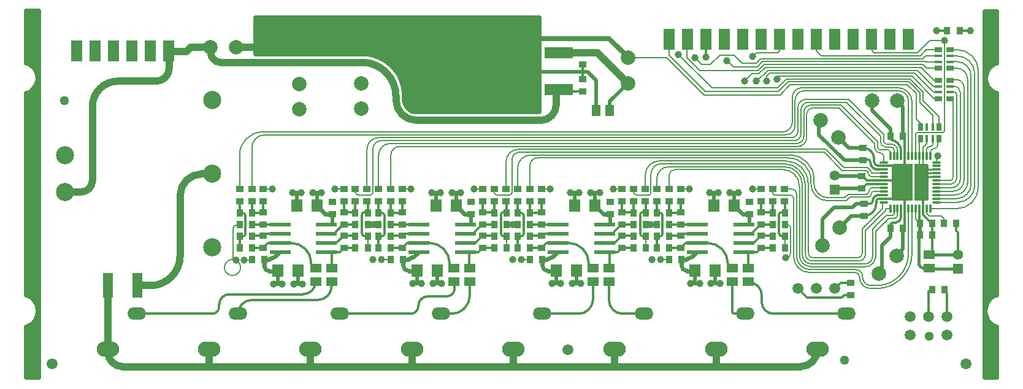
<source format=gbr>
G04 DipTrace 2.4.0.2*
%IN1_Layer_Top.gbr*%
%MOIN*%
%ADD10C,0.0098*%
%ADD14C,0.0118*%
%ADD15C,0.0079*%
%ADD16C,0.0067*%
%ADD17C,0.0157*%
%ADD18C,0.013*%
%ADD19C,0.0197*%
%ADD20C,0.0236*%
%ADD21C,0.0394*%
%ADD22C,0.0138*%
%ADD23C,0.0591*%
%ADD24C,0.0276*%
%ADD25C,0.025*%
%ADD28O,0.122X0.0827*%
%ADD29O,0.1024X0.0669*%
%ADD30C,0.0787*%
%ADD31R,0.04X0.035*%
%ADD32R,0.0512X0.0591*%
%ADD33R,0.035X0.04*%
%ADD34R,0.0551X0.0551*%
%ADD35C,0.0551*%
%ADD36R,0.063X0.0709*%
%ADD37R,0.0591X0.0512*%
%ADD38R,0.0551X0.1339*%
%ADD39C,0.0591*%
%ADD40R,0.0591X0.1142*%
%ADD41C,0.0512*%
%ADD42R,0.0413X0.0256*%
%ADD43R,0.0413X0.0181*%
%ADD44R,0.0413X0.0177*%
%ADD45R,0.0256X0.0413*%
%ADD46R,0.0181X0.0413*%
%ADD47R,0.0177X0.0413*%
%ADD48O,0.05X0.012*%
%ADD49O,0.012X0.05*%
%ADD50R,0.1181X0.0236*%
%ADD52R,0.1555X0.0591*%
%ADD53R,0.3819X0.4094*%
%ADD54C,0.0984*%
%ADD55C,0.04*%
%FSLAX44Y44*%
G04*
G70*
G90*
G75*
G01*
%LNTop*%
%LPD*%
X18031Y11565D2*
D14*
X17392D1*
X17126Y11299D1*
X16496D1*
X18031Y11565D2*
X18632D1*
G02X19724Y10472I0J-1093D01*
G01*
Y10433D1*
G03X19961Y10197I236J0D01*
G01*
X29685Y14488D2*
D15*
Y14291D1*
G03X29803Y14173I118J0D01*
G01*
X30512D1*
G03X30630Y14291I0J118D01*
G01*
Y16063D1*
G02X31063Y16496I433J0D01*
G01*
X47598D1*
X48583Y15512D1*
X49843D1*
G02X50000Y15354I0J-157D01*
G01*
G03X50197Y15157I197J0D01*
G01*
X50857D1*
X52575Y16283D2*
D16*
Y17497D1*
X52638Y17559D1*
X54055D1*
X54134Y17638D1*
Y22559D1*
X50197Y22283D2*
D15*
Y22638D1*
Y22992D1*
Y22638D2*
X50181D1*
X50197Y22283D2*
Y22008D1*
X50315Y21890D1*
X52677D1*
X53346Y22559D1*
X54134D1*
X53287Y7579D2*
D18*
Y8917D1*
G02X53465Y9016I121J-9D01*
G01*
X54882Y10157D2*
D17*
X53346D1*
X53307Y10197D1*
X52795Y12008D2*
D19*
Y12638D1*
X52777Y13423D2*
D14*
Y12656D1*
X52795Y12638D1*
X52575Y13441D2*
D15*
Y12858D1*
X52795Y12638D1*
Y12008D2*
D17*
X52756D1*
Y10394D1*
G03X52992Y10197I272J86D01*
G01*
X53307D1*
X20866Y13130D2*
D19*
Y12565D1*
X20551D1*
X28425Y13130D2*
Y12565D1*
X28110D1*
X35984Y13130D2*
Y12565D1*
X35669D1*
X43543Y13130D2*
Y12565D1*
X43228D1*
X20866Y13130D2*
D20*
X20492D1*
X20039Y13583D1*
X19803Y14291D2*
D19*
X20039D1*
X20276D1*
X20039Y13583D2*
Y14291D1*
X28425Y13130D2*
D20*
X28051D1*
X27598Y13583D1*
X27362Y14291D2*
D19*
X27598D1*
X27835D1*
X27598Y13583D2*
Y14291D1*
X35984Y13130D2*
D20*
X35610D1*
X35157Y13583D1*
X34921Y14291D2*
D19*
X35157D1*
X35394D1*
X35157Y13583D2*
Y14291D1*
X43543Y13130D2*
D20*
X43169D1*
X42717Y13583D1*
X42480Y14291D2*
D19*
X42717D1*
X42953D1*
X42717Y13583D2*
Y14291D1*
X24724Y10669D2*
D20*
X25000D1*
G03X25591Y11065I-266J1035D01*
G01*
X32283Y10669D2*
X32559D1*
G03X33150Y11065I-266J1035D01*
G01*
X39843Y10669D2*
X40118D1*
G03X40709Y11065I-266J1035D01*
G01*
X32795Y9370D2*
D19*
X33031D1*
X33268D1*
X33031Y10079D2*
Y9370D1*
Y10079D2*
D20*
X32598Y10039D1*
G02X32283Y10354I0J315D01*
G01*
Y10669D1*
X25236Y9370D2*
D19*
X25472D1*
X25709D1*
X25472Y10079D2*
Y9370D1*
Y10079D2*
D20*
X25039Y10039D1*
G02X24724Y10354I0J315D01*
G01*
Y10669D1*
X40354Y9370D2*
D19*
X40591D1*
X40827D1*
X40591Y10079D2*
Y9370D1*
Y10079D2*
D20*
X40157Y10039D1*
G02X39843Y10354I0J315D01*
G01*
Y10669D1*
X17165D2*
X17441D1*
G03X18031Y11065I-266J1035D01*
G01*
X17677Y9331D2*
D19*
X17913D1*
X18150D1*
X17913Y10079D2*
Y9331D1*
Y10079D2*
D20*
X17441Y10039D1*
G02X17165Y10315I0J276D01*
G01*
Y10669D1*
X18031Y12065D2*
D14*
X17222D1*
X17126Y11969D1*
X16535D1*
X16496Y11929D1*
X23386Y14488D2*
D15*
X23425D1*
X51197Y16480D2*
Y16283D1*
Y16480D2*
G03X51063Y16614I-134J0D01*
G01*
X50669D1*
G02X50512Y16772I0J157D01*
G01*
Y17047D1*
X48504Y19055D1*
X46890D1*
G03X46496Y18661I0J-394D01*
G01*
Y17362D1*
G02X46102Y16969I-394J0D01*
G01*
X24016D1*
G03X23386Y16339I0J-630D01*
G01*
Y14488D1*
X42598Y9449D2*
D18*
Y7848D1*
G03X42730Y7717I132J0D01*
G01*
X43307D1*
X53701Y23110D2*
X54291D1*
X35039Y9449D2*
Y8504D1*
G02X34252Y7717I-787J0D01*
G01*
X32283D1*
X10236D2*
X14331D1*
G03X14724Y8110I0J394D01*
G01*
Y8228D1*
G02X15276Y8780I551J0D01*
G01*
X19291D1*
G03X19961Y9449I0J669D01*
G01*
X16496Y12559D2*
D14*
X18031D1*
Y12565D1*
X16496Y12559D2*
D15*
X17126D1*
X54961Y23110D2*
D18*
X55551D1*
X46181Y9094D2*
X46693Y8583D1*
X48543D1*
X48701Y8740D1*
X49055D1*
X53819Y19409D2*
D15*
X53583D1*
X52362Y20630D1*
X45157D1*
X45039Y20512D1*
Y20472D1*
X35906Y9449D2*
D18*
Y8465D1*
G03X36654Y7717I748J0D01*
G01*
X37795D1*
X48819D2*
X44843D1*
G02X44213Y8346I0J630D01*
G01*
Y8701D1*
G03X43465Y9449I-748J0D01*
G01*
X21260Y7717D2*
X25118D1*
G03X25551Y8150I0J433D01*
G01*
G02X26063Y8661I512J0D01*
G01*
X27087D1*
G03X27520Y9094I0J433D01*
G01*
Y9409D1*
G03X27480Y9449I-39J0D01*
G01*
X20827D2*
Y9213D1*
G02X20079Y8465I-748J0D01*
G01*
X16496D1*
G03X15748Y7717I0J-748D01*
G01*
X12008Y21654D2*
Y21969D1*
Y22323D1*
Y21969D2*
X11992D1*
Y22008D1*
X12008Y21969D2*
D21*
X12953D1*
X13189Y22205D1*
X14252D1*
Y21929D1*
G03X14803Y21378I551J0D01*
G01*
X22480D1*
G02X24331Y19528I0J-1850D01*
G01*
Y19331D1*
G03X25433Y18228I1102J0D01*
G01*
X32205D1*
G03X33031Y19055I0J827D01*
G01*
Y19724D1*
G02X33189Y19882I157J0D01*
G01*
X34488Y19803D2*
D18*
X33268D1*
X33189Y19882D1*
X6331Y14331D2*
D21*
X7205D1*
G03X7835Y14961I0J630D01*
G01*
Y18976D1*
G02X9213Y20354I1378J0D01*
G01*
X11299D1*
G03X12008Y21063I0J709D01*
G01*
Y21654D1*
X8661Y5787D2*
Y5669D1*
G03X9488Y4843I827J0D01*
G01*
X14173D1*
X19685D1*
X25197D1*
X30709D1*
X36220D1*
X41732D1*
X46299D1*
G03X47244Y5787I0J945D01*
G01*
X14173D2*
Y4843D1*
X19685Y5787D2*
Y4843D1*
X25197Y5787D2*
Y4843D1*
X30709Y5787D2*
Y4843D1*
X36220Y5787D2*
Y4843D1*
X41732Y5787D2*
Y4843D1*
X8661Y5787D2*
Y9252D1*
X15827Y11299D2*
D14*
Y11929D1*
Y13189D2*
Y13819D1*
Y13189D2*
X16024D1*
G02X16142Y13071I0J-118D01*
G01*
Y12047D1*
G02X16024Y11929I-118J0D01*
G01*
X15827D1*
X53363Y16283D2*
D15*
Y16473D1*
G02X53583Y16693I220J0D01*
G01*
G03X53780Y16890I0J197D01*
G01*
Y17185D1*
G02X53839Y17244I59J0D01*
G01*
X20551Y12065D2*
D14*
X20963D1*
X21457Y12559D1*
X21496D1*
X22126D1*
X9016Y21654D2*
D18*
Y22008D1*
Y22362D1*
Y22008D2*
X8992D1*
X25591Y11565D2*
D15*
X25928D1*
D22*
X25421Y11535D1*
X25394Y11563D1*
X25591Y11565D2*
D14*
X24951D1*
X24685Y11299D1*
X24055D1*
X25591Y11565D2*
X26152D1*
G02X27244Y10472I0J-1093D01*
G01*
Y10433D1*
G03X27480Y10197I236J0D01*
G01*
X28110Y11065D2*
X28821D1*
X29055Y11299D1*
X29685D1*
X28110Y11065D2*
Y11024D1*
X28307D1*
Y10236D1*
X28346Y10197D1*
X33150Y11565D2*
D15*
X33467D1*
D22*
X32980Y11535D1*
G02X32953Y11563I0J28D01*
G01*
X33150Y11565D2*
D14*
X32510D1*
X32244Y11299D1*
X31614D1*
X33150Y11565D2*
X33711D1*
G02X34803Y10472I0J-1093D01*
G01*
Y10433D1*
G03X35039Y10197I236J0D01*
G01*
X35669Y11065D2*
X36380D1*
X36614Y11299D1*
X37244D1*
X35669Y11065D2*
Y11102D1*
X35906D1*
X35945Y11063D1*
Y10236D1*
X35906Y10197D1*
X40709Y11565D2*
D15*
D3*
D22*
D3*
D14*
X40069D1*
X39803Y11299D1*
X39173D1*
X40709Y11565D2*
X41270D1*
G02X42362Y10472I0J-1093D01*
G01*
Y10433D1*
G03X42598Y10197I236J0D01*
G01*
X43228Y11065D2*
X43939D1*
X44173Y11299D1*
X44803D1*
X43228Y11065D2*
Y11024D1*
X43465D1*
Y10197D1*
X21496Y13228D2*
Y13819D1*
Y13228D2*
X22126D1*
Y13189D1*
Y13819D1*
X17126D2*
Y13228D1*
X16496Y13189D2*
Y13819D1*
Y13189D2*
D18*
X17126D1*
Y13228D1*
X54449Y21724D2*
D15*
X54811D1*
G02X55787Y20748I0J-976D01*
G01*
Y14685D1*
G02X54882Y13780I-906J0D01*
G01*
X53701D1*
X25591Y12065D2*
D14*
X24781D1*
X24685Y11969D1*
X24094D1*
X24055Y11929D1*
Y12559D2*
X25591D1*
Y12565D1*
X24055Y12559D2*
D15*
X24685D1*
X23386Y11299D2*
D14*
Y11929D1*
Y13189D2*
Y13819D1*
Y13189D2*
X23583D1*
G02X23701Y13071I0J-118D01*
G01*
Y12047D1*
G02X23583Y11929I-118J0D01*
G01*
X23386D1*
X28110Y12065D2*
X28522D1*
X29016Y12559D1*
X29055D1*
X29685D1*
X29055Y13228D2*
Y13819D1*
Y13228D2*
X29685D1*
Y13189D1*
Y13819D1*
X24685D2*
Y13228D1*
X24055Y13189D2*
Y13819D1*
Y13189D2*
D18*
X24685D1*
Y13228D1*
X54449Y20413D2*
D15*
X54469Y20433D1*
X54803D1*
G02X55197Y20039I0J-394D01*
G01*
Y14961D1*
G02X54606Y14370I-591J0D01*
G01*
X53701D1*
X51181Y22283D2*
D18*
Y22638D1*
Y22992D1*
X54287Y7579D2*
Y8783D1*
G03X54134Y9016I-286J-22D01*
G01*
X54449Y19756D2*
D15*
X54457Y19764D1*
X54685D1*
G02X54803Y19646I0J-118D01*
G01*
Y15079D1*
G02X54488Y14764I-315J0D01*
G01*
X53701D1*
X53819Y19756D2*
X53551D1*
X52520Y20787D1*
X44646D1*
X44488Y20630D1*
Y20394D1*
X44449D1*
X44488Y20354D1*
X45181Y22638D2*
Y21992D1*
X45079Y21890D1*
X43898D1*
X43701Y21693D1*
X41181Y22638D2*
D18*
Y21654D1*
X43268Y20354D2*
D15*
X43189D1*
X43268Y20276D1*
Y20354D1*
X43661Y20748D1*
X44055D1*
X44409Y21102D1*
X52874D1*
X53563Y20413D1*
X53819D1*
X30354Y13189D2*
D14*
Y13780D1*
X30315Y13819D1*
X30354Y11299D2*
D15*
Y11929D1*
D14*
X30197D1*
G02X30039Y12087I0J157D01*
G01*
Y13110D1*
G02X30157Y13228I118J0D01*
G01*
X30354Y13189D1*
X28110Y11565D2*
X28652D1*
X29055Y11969D1*
X29646D1*
X29685Y11929D1*
X49173Y22283D2*
D18*
Y22638D1*
Y22992D1*
Y22638D2*
X49181D1*
X53166Y16283D2*
D15*
Y16630D1*
G02X53346Y16811I181J0D01*
G01*
X53386D1*
G03X53504Y16929I0J118D01*
G01*
Y17236D1*
G03X53496Y17244I-8J0D01*
G01*
X50857Y13780D2*
X50787D1*
Y13425D1*
X49685Y12323D1*
Y11024D1*
G02X49409Y10748I-276J0D01*
G01*
X47008D1*
G02X46732Y11024I0J276D01*
G01*
Y14803D1*
G03X45512Y16024I-1220J0D01*
G01*
X38661D1*
G03X37874Y15236I0J-787D01*
G01*
Y14488D1*
X54449Y22067D2*
X54823D1*
G02X55984Y20906I0J-1161D01*
G01*
Y14606D1*
G02X54803Y13425I-1181J0D01*
G01*
X53379D1*
X53363Y13441D1*
X47181Y22638D2*
Y21992D1*
X47441Y21732D1*
X52835D1*
X53150Y22047D1*
X53799D1*
X53819Y22067D1*
X28346Y9449D2*
D18*
Y8715D1*
G02X27348Y7717I-998J0D01*
G01*
X26772D1*
X33189Y21882D2*
D21*
X34792D1*
X35283D1*
X36929Y20236D1*
X51788Y16283D2*
D14*
Y16598D1*
G03X51260Y17165I-633J-60D01*
G01*
D15*
Y17323D1*
X51220Y17362D1*
D19*
Y17756D1*
X50197Y18780D1*
Y19291D1*
X50857Y14764D2*
D14*
X49921D1*
X49685Y14528D1*
X49646D1*
D19*
X48268D1*
X48189Y14449D1*
X47502Y11417D2*
Y12856D1*
X48150Y13504D1*
X49134D1*
X49331Y13701D1*
X49764D1*
X50857Y14173D2*
D14*
X50591D1*
G03X50236Y13819I0J-354D01*
G01*
G02X50118Y13701I-118J0D01*
G01*
X49764D1*
X51788Y13441D2*
Y12969D1*
G02X51496Y12677I-292J0D01*
G01*
X51339D1*
G03X51220Y12559I0J-118D01*
G01*
Y12362D1*
D19*
Y11890D1*
X50748Y11417D1*
Y10039D1*
X50591Y9882D1*
X50857Y15551D2*
D14*
X50512D1*
G02X50118Y15945I0J394D01*
G01*
G03X49961Y16102I-157J0D01*
G01*
X49764D1*
G03X49724Y16063I0J-39D01*
G01*
D19*
X48701D1*
X47323Y17441D1*
Y18168D1*
X47401Y18246D1*
X34488Y21929D2*
D18*
X34744D1*
X34792Y21882D1*
X35945Y18780D2*
D19*
Y19252D1*
X36929Y20236D1*
X10000Y21654D2*
D18*
Y22008D1*
Y22362D1*
Y22008D2*
X9992D1*
X33150Y12065D2*
D14*
X32341D1*
X32244Y11969D1*
X31654D1*
X31614Y11929D1*
Y12559D2*
X33150D1*
Y12565D1*
X31614Y12559D2*
D15*
X32244D1*
X30945Y11299D2*
D14*
Y11929D1*
Y13189D2*
Y13819D1*
Y13189D2*
X31142D1*
G02X31260Y13071I0J-118D01*
G01*
Y12047D1*
G02X31142Y11929I-118J0D01*
G01*
X30945D1*
X35669Y12065D2*
X36081D1*
X36575Y12559D1*
X36614D1*
X37244D1*
X36614Y13228D2*
Y13819D1*
Y13228D2*
X37244D1*
Y13189D1*
Y13819D1*
X32244D2*
Y13228D1*
X31614Y13189D2*
Y13819D1*
Y13189D2*
D18*
X32244D1*
Y13228D1*
X37913Y13189D2*
D14*
Y13780D1*
X37874Y13819D1*
X37913Y11299D2*
D15*
Y11929D1*
D14*
X37756D1*
G02X37598Y12087I0J157D01*
G01*
Y13110D1*
G02X37717Y13228I118J0D01*
G01*
X37913Y13189D1*
X35669Y11565D2*
X36211D1*
X36614Y11969D1*
X37205D1*
X37244Y11929D1*
X30945Y14488D2*
D15*
Y14567D1*
Y14488D2*
X30984D1*
X50857Y14567D2*
X50236D1*
G03X50039Y14370I0J-197D01*
G01*
G02X49882Y14213I-157J0D01*
G01*
X48898D1*
X48701Y14016D1*
X47835D1*
G02X47047Y14803I0J787D01*
G01*
Y15039D1*
G03X45748Y16339I-1299J0D01*
G01*
X31654D1*
G03X30945Y15630I0J-709D01*
G01*
Y14488D1*
X40709Y12065D2*
D14*
X39900D1*
X39803Y11969D1*
X39213D1*
X39173Y11929D1*
Y12559D2*
X40709D1*
Y12565D1*
X39173Y12559D2*
D15*
X39803D1*
X38504Y11299D2*
D14*
Y11929D1*
Y13189D2*
Y13819D1*
Y13189D2*
X38701D1*
G02X38819Y13071I0J-118D01*
G01*
Y12047D1*
G02X38701Y11929I-118J0D01*
G01*
X38504D1*
X43228Y12065D2*
X43640D1*
X44134Y12559D1*
X44173D1*
X44803D1*
X44173Y13228D2*
Y13819D1*
Y13228D2*
X44803D1*
Y13189D1*
Y13819D1*
X39803D2*
Y13228D1*
X39173Y13189D2*
Y13819D1*
Y13189D2*
D18*
X39803D1*
Y13228D1*
X45472Y13189D2*
D14*
Y13780D1*
X45433Y13819D1*
X45472Y11299D2*
D15*
Y11929D1*
D14*
X45315D1*
G02X45157Y12087I0J157D01*
G01*
Y13110D1*
G02X45276Y13228I118J0D01*
G01*
X45472Y13189D1*
X43228Y11565D2*
X43770D1*
X44173Y11969D1*
X44764D1*
X44803Y11929D1*
X38504Y14488D2*
D15*
X38543D1*
X51394Y13441D2*
Y13126D1*
G02X51339Y13071I-56J0D01*
G01*
X50984D1*
X50236Y12323D1*
Y10827D1*
G02X49843Y10433I-394J0D01*
G01*
X46890D1*
G02X46417Y10906I0J472D01*
G01*
Y14724D1*
G03X45433Y15709I-984J0D01*
G01*
X39173D1*
G03X38504Y15039I0J-669D01*
G01*
Y14488D1*
X39181Y22638D2*
Y21764D1*
X41142Y19803D1*
X45118D1*
X45630Y20315D1*
X52205D1*
X52795Y19724D1*
Y19213D1*
X53496Y18512D1*
Y17874D1*
X53819Y21063D2*
X53189D1*
X52992Y21260D1*
X44331D1*
X44016Y20945D1*
X40827D1*
X40157Y21614D1*
Y22614D1*
X40181Y22638D1*
X54449Y20071D2*
X54457Y20079D1*
X54685D1*
G02X55000Y19764I0J-315D01*
G01*
Y15039D1*
G02X54528Y14567I-472J0D01*
G01*
X53701D1*
X7008Y21654D2*
D18*
Y22008D1*
Y22362D1*
Y22008D2*
X6992D1*
X54449Y19409D2*
D15*
Y19488D1*
X54606Y19331D1*
Y15118D1*
G02X54449Y14961I-157J0D01*
G01*
X53701D1*
X43898Y20354D2*
X43937D1*
X44528Y20945D1*
X52677D1*
X53551Y20071D1*
X53819D1*
Y21409D2*
X53118D1*
X53110Y21417D1*
X44252D1*
X43976Y21142D1*
X42677D1*
X42283Y21535D1*
Y21417D1*
X42323Y21457D1*
X53819Y21724D2*
X53102D1*
X52953Y21575D1*
X44134D1*
X43898Y21339D1*
X43150D1*
X42717Y21772D1*
X41929D1*
X41417Y21260D1*
X40945D1*
X40591Y21614D1*
X51591Y16283D2*
Y16598D1*
G03X51260Y16929I-331J0D01*
G01*
X51024D1*
G02X50827Y17126I0J197D01*
G01*
Y17475D1*
X48931Y19370D1*
X46614D1*
G03X46181Y18937I0J-433D01*
G01*
Y17638D1*
G02X45827Y17283I-354J0D01*
G01*
X23386D1*
G03X22756Y16654I0J-630D01*
G01*
Y14488D1*
X51394Y16283D2*
Y16637D1*
G03X51260Y16772I-134J0D01*
G01*
X50945D1*
G02X50669Y17047I0J276D01*
G01*
Y17362D1*
X48819Y19213D1*
X46732D1*
G03X46339Y18780I43J-435D01*
G01*
Y17480D1*
G02X45984Y17126I-354J0D01*
G01*
X23543D1*
G03X23071Y16654I0J-472D01*
G01*
Y14291D1*
G02X22953Y14173I-118J0D01*
G01*
X22283D1*
G02X22126Y14331I0J157D01*
G01*
Y14488D1*
X50857Y15945D2*
X50827D1*
Y16299D1*
G03X50669Y16457I-157J0D01*
G01*
X50630D1*
G02X50354Y16732I0J276D01*
G01*
Y16969D1*
X48425Y18898D1*
X46969D1*
G03X46654Y18583I0J-315D01*
G01*
Y17283D1*
G02X46181Y16811I-472J0D01*
G01*
X24528D1*
G03X24055Y16339I0J-472D01*
G01*
Y14488D1*
X52182Y16283D2*
Y19275D1*
G03X51614Y19843I-567J0D01*
G01*
X46535D1*
G03X46024Y19331I20J-531D01*
G01*
Y17953D1*
G02X45512Y17441I-512J0D01*
G01*
X17205D1*
G03X16496Y16732I0J-709D01*
G01*
Y14488D1*
X50857Y15354D2*
X50236D1*
G02X50157Y15433I-20J59D01*
G01*
G03X49921Y15669I-453J-217D01*
G01*
X48661D1*
X47677Y16654D1*
X30984D1*
G03X30315Y15984I0J-669D01*
G01*
Y14488D1*
X22795Y13189D2*
D14*
Y13780D1*
X22756Y13819D1*
X22795Y11299D2*
D15*
Y11929D1*
D14*
X22638D1*
G02X22480Y12087I0J157D01*
G01*
Y13110D1*
G02X22598Y13228I118J0D01*
G01*
X22795Y13189D1*
X20551Y11565D2*
X21093D1*
X21496Y11969D1*
X22087D1*
X22126Y11929D1*
X20551Y11065D2*
X21262D1*
X21496Y11299D1*
X22126D1*
X20551Y11065D2*
Y11024D1*
X20827D1*
Y10197D1*
X15827Y14488D2*
D15*
X15866D1*
X52378Y16283D2*
Y19236D1*
G03X51614Y20000I-764J0D01*
G01*
X46378D1*
G03X45866Y19488I28J-539D01*
G01*
Y18110D1*
G02X45354Y17598I-512J0D01*
G01*
X17087D1*
G03X15827Y16339I0J-1260D01*
G01*
Y14488D1*
X39685Y21811D2*
X41496Y20000D1*
X45079D1*
X45551Y20472D1*
X52283D1*
X52992Y19764D1*
Y19291D1*
X53839Y18445D1*
Y17874D1*
X50857Y14370D2*
X50315D1*
G03X50157Y14213I0J-157D01*
G01*
G02X50000Y14055I-157J0D01*
G01*
X49016D1*
X48819Y13858D1*
X47795D1*
G02X46890Y14764I0J906D01*
G01*
Y14961D1*
G03X45669Y16181I-1220J0D01*
G01*
X32008D1*
G03X31614Y15787I0J-394D01*
G01*
Y14488D1*
X51197Y13441D2*
X50945D1*
Y13346D1*
X49843Y12244D1*
Y10945D1*
G02X49488Y10591I-354J0D01*
G01*
X46969D1*
G02X46575Y10984I0J394D01*
G01*
Y14724D1*
G03X45433Y15866I-1142J0D01*
G01*
X38740D1*
G03X38189Y15315I0J-551D01*
G01*
Y14291D1*
G02X38071Y14173I-118J0D01*
G01*
X37402D1*
G02X37244Y14331I0J157D01*
G01*
Y14488D1*
X51591Y13441D2*
Y13087D1*
G02X51417Y12913I-174J0D01*
G01*
X51102D1*
X50394Y12205D1*
Y10827D1*
G02X49843Y10276I-551J0D01*
G01*
X46890D1*
G02X46260Y10906I0J630D01*
G01*
Y14646D1*
G03X45354Y15551I-906J0D01*
G01*
X39488D1*
G03X39173Y15236I0J-315D01*
G01*
Y14488D1*
X52182Y13441D2*
Y10922D1*
G02X50591Y9252I-1734J59D01*
G01*
X50079D1*
G02X49685Y9724I88J473D01*
G01*
Y9764D1*
G03X49331Y10118I-354J0D01*
G01*
X46850D1*
G02X46102Y10866I0J748D01*
G01*
Y14252D1*
G03X45866Y14488I-236J0D01*
G01*
X45433D1*
X52378Y13441D2*
Y10961D1*
G02X50591Y9094I-1930J59D01*
G01*
X50079D1*
G02X49528Y9724I43J594D01*
G01*
G03X49291Y9961I-236J0D01*
G01*
X46811D1*
G02X45945Y10827I0J866D01*
G01*
Y13976D1*
G03X45748Y14173I-197J0D01*
G01*
X44921D1*
G02X44803Y14291I0J118D01*
G01*
Y14488D1*
X54449Y21063D2*
X54803D1*
G02X55394Y20472I0J-591D01*
G01*
Y14843D1*
G02X54724Y14173I-669J0D01*
G01*
X53701D1*
X54449Y21409D2*
X54457Y21417D1*
X54803D1*
G02X55591Y20630I0J-787D01*
G01*
Y14764D1*
G02X54803Y13976I-787J0D01*
G01*
X53701D1*
X53166Y13441D2*
Y13173D1*
X53307Y13031D1*
X53976D1*
X54094Y12913D1*
Y12638D1*
X18701Y14291D2*
D19*
X18963D1*
X19173D1*
X18937Y13583D2*
Y14265D1*
X18963Y14291D1*
X16496Y10669D2*
D15*
Y10630D1*
X16063D1*
X17126Y14488D2*
X17598D1*
X24685D2*
X25157D1*
X32244D2*
X32717D1*
X39803D2*
X40276D1*
X21024D2*
X21496D1*
X28583D2*
X29055D1*
X36142D2*
X36614D1*
X43701D2*
X44173D1*
X15827Y12559D2*
X15709D1*
G03X15472Y12323I0J-236D01*
G01*
Y10669D1*
G03X15630Y10630I-25J-434D01*
G01*
X23543Y10669D2*
X24055D1*
X31142D2*
X31614D1*
X38701D2*
X39173D1*
X45472Y12559D2*
X45591D1*
G02X45787Y12362I0J-197D01*
G01*
Y11024D1*
G02X45512Y10748I-276J0D01*
G01*
X23071Y12559D2*
X22795D1*
X23110D2*
D18*
X22795D1*
X23110D2*
X23386D1*
X30669D2*
D15*
X30354D1*
X30669D2*
D18*
X30354D1*
X30669D2*
X30945D1*
X38228D2*
D15*
X37913D1*
X38189D2*
D18*
X37913D1*
X38189D2*
X38504D1*
X26339Y9370D2*
D19*
X26602D1*
X26811D1*
X26575Y10079D2*
Y9398D1*
X26602Y9370D1*
X26260Y14291D2*
X26522D1*
X26732D1*
X26496Y13583D2*
Y14265D1*
X26522Y14291D1*
X33819D2*
X34081D1*
X34291D1*
X34055Y13583D2*
Y14265D1*
X34081Y14291D1*
X33898Y9370D2*
X34161D1*
X34370D1*
X34134Y10079D2*
Y9398D1*
X34161Y9370D1*
X41378Y14291D2*
X41640D1*
X41850D1*
X41614Y13583D2*
Y14265D1*
X41640Y14291D1*
X41457Y9370D2*
X41720D1*
X41929D1*
X41693Y10079D2*
Y9398D1*
X41720Y9370D1*
X18780Y9331D2*
X19016D1*
X19252D1*
X19016Y10079D2*
Y9331D1*
X10276Y9252D2*
D21*
X10984D1*
G03X12598Y10866I0J1614D01*
G01*
Y14134D1*
G02X13780Y15315I1181J0D01*
G01*
X14331Y15331D1*
X7992Y21654D2*
D18*
Y22008D1*
Y22362D1*
X11024Y21654D2*
Y22008D1*
Y22362D1*
Y22008D2*
X10992D1*
X48189Y22283D2*
Y22638D1*
Y22992D1*
Y22638D2*
X48181D1*
X54764Y12638D2*
Y12244D1*
X54882Y12126D1*
Y10945D1*
X28602Y21669D2*
Y21413D1*
G03X29134Y20882I531J0D01*
G01*
X36929Y21614D2*
D24*
Y21654D1*
X35906Y22677D1*
X30791D1*
X30571Y22457D1*
X34488Y20472D2*
D18*
Y20858D1*
Y21260D1*
Y20858D2*
D19*
X30595D1*
X30571Y20882D1*
X15630Y22205D2*
D21*
X27366D1*
X27618Y22457D1*
X52835Y17874D2*
D15*
Y18071D1*
X52598Y18307D1*
Y19685D1*
X52126Y20157D1*
X45748D1*
X45197Y19606D1*
X41063D1*
X39055Y21614D1*
X36929D1*
X35197Y18780D2*
D19*
Y20394D1*
X34733Y20858D1*
X34488D1*
X54882Y10945D2*
D17*
X53307D1*
X53701Y15945D2*
D15*
Y16220D1*
X53780Y16299D1*
X51985Y16283D2*
D14*
Y17267D1*
X51890Y17362D1*
X51985Y16283D2*
Y15564D1*
X51969Y15548D1*
X50857Y15748D2*
X51394D1*
X51594Y15548D1*
X50857Y14961D2*
X49921D1*
X49665Y15217D1*
X49646Y15197D1*
D19*
X48228D1*
X48189Y15236D1*
X50857Y14961D2*
D14*
X51494D1*
X51594Y14861D1*
X50857Y13976D2*
X51397D1*
X51594Y14173D1*
X51985Y13441D2*
Y14157D1*
X51969Y14173D1*
X52969Y13441D2*
Y13094D1*
X53445Y12618D1*
X53465Y12638D1*
Y12008D2*
Y12638D1*
X52969Y13441D2*
Y14173D1*
X51985Y13441D2*
Y12457D1*
G02X51890Y12362I-95J0D01*
G01*
X50857Y13976D2*
X50591D1*
G03X50433Y13819I0J-157D01*
G01*
Y13701D1*
G02X49764Y13031I-669J0D01*
G01*
X50857Y15748D2*
X50551D1*
G02X50315Y15984I0J236D01*
G01*
Y16142D1*
G03X49724Y16732I-591J0D01*
G01*
X53701Y15157D2*
D10*
X52984D1*
X52969Y15173D1*
X53701Y15354D2*
X53150D1*
X52969Y15173D1*
X53701Y15551D2*
X52969D1*
Y15548D1*
X52772Y16283D2*
D15*
Y17182D1*
X52835Y17244D1*
X52969Y16283D2*
Y16749D1*
X53189Y16969D1*
Y17236D1*
X53181Y17244D1*
X51890Y17362D2*
D19*
Y18976D1*
X51575Y19291D1*
X52772Y16283D2*
D15*
Y15745D1*
X52969Y15548D1*
Y16283D2*
Y15548D1*
X49764Y13031D2*
D19*
X49082D1*
X48459Y12408D1*
X51890Y12362D2*
Y11215D1*
X51548Y10873D1*
X49724Y16732D2*
X48949D1*
X48393Y17289D1*
X49055Y9409D2*
D18*
X48496D1*
X48181Y9094D1*
X53465Y12008D2*
Y11102D1*
G02X53307Y10945I-157J0D01*
G01*
D21*
X53701Y23110D3*
X55551D3*
X48189Y22992D3*
X49173D3*
X50197D3*
X51181D3*
X48189Y22638D3*
X49173D3*
X50197D3*
X51181D3*
X54134Y22559D3*
X27618Y22457D3*
X28602D3*
X29587D3*
X30571D3*
X7008Y22362D3*
X7992D3*
X9016D3*
X10000D3*
X11024D3*
X12008Y22323D3*
X48189Y22283D3*
X49173D3*
X50197D3*
X51181D3*
X7008Y22008D3*
X7992D3*
X9016D3*
X10000D3*
X11024D3*
X12008Y21969D3*
X39685Y21811D3*
X43701Y21693D3*
X27618Y21669D3*
X28602D3*
X29587D3*
X30571D3*
X7008Y21654D3*
X7992D3*
X9016D3*
X10000D3*
X11024D3*
X12008D3*
X41181D3*
X40591Y21614D3*
X42323Y21457D3*
X27618Y20882D3*
X28602D3*
X29587D3*
X30571D3*
X45039Y20472D3*
X43268Y20354D3*
X43898D3*
X44488D3*
X27618Y20095D3*
X28602D3*
X29587D3*
X30571D3*
X27618Y19307D3*
X28602D3*
X29587D3*
X30571D3*
X53780Y16299D3*
D55*
X51594Y15548D3*
X51969D3*
X52969D3*
Y15173D3*
X51594Y14861D3*
X51969D3*
X52969Y14548D3*
D21*
X17598Y14488D3*
X21024D3*
X25157D3*
X28583D3*
X32717D3*
X36142D3*
X40276D3*
X43701D3*
X18701Y14291D3*
X19173D3*
X19803D3*
X20276D3*
X26260D3*
X26732D3*
X27362D3*
X27835D3*
X33819D3*
X34291D3*
X34921D3*
X35394D3*
X41378D3*
X41850D3*
X42480D3*
X42953D3*
D55*
X51594Y14173D3*
X51969D3*
X52969D3*
D21*
X23110Y12559D3*
X30669D3*
X38189D3*
X45512Y10748D3*
X23071Y10669D3*
X23543D3*
X30669D3*
X31142D3*
X38228D3*
X38701D3*
X15630Y10630D3*
X16063D3*
X25236Y9370D3*
X25709D3*
X26339D3*
X26811D3*
X32795D3*
X33268D3*
X33898D3*
X34370D3*
X40354D3*
X40827D3*
X41457D3*
X41929D3*
X17677Y9331D3*
X18150D3*
X18780D3*
X19252D3*
X4284Y23898D2*
D25*
X4869D1*
X4284Y23649D2*
X4869D1*
X4284Y23401D2*
X4869D1*
X4284Y23152D2*
X4869D1*
X4284Y22903D2*
X4869D1*
X4284Y22655D2*
X4869D1*
X4284Y22406D2*
X4869D1*
X4284Y22157D2*
X4869D1*
X4284Y21908D2*
X4869D1*
X4284Y21660D2*
X4869D1*
X4284Y21411D2*
X4869D1*
X4594Y21162D2*
X4869D1*
X4782Y20914D2*
X4869D1*
X4649Y19919D2*
X4869D1*
X4284Y19670D2*
X4869D1*
X4284Y19422D2*
X4869D1*
X4284Y19173D2*
X4869D1*
X4284Y18924D2*
X4869D1*
X4284Y18676D2*
X4869D1*
X4284Y18427D2*
X4869D1*
X4284Y18178D2*
X4869D1*
X4284Y17929D2*
X4869D1*
X4284Y17681D2*
X4869D1*
X4284Y17432D2*
X4869D1*
X4284Y17183D2*
X4869D1*
X4284Y16935D2*
X4869D1*
X4284Y16686D2*
X4869D1*
X4284Y16437D2*
X4869D1*
X4284Y16189D2*
X4869D1*
X4284Y15940D2*
X4869D1*
X4284Y15691D2*
X4869D1*
X4284Y15443D2*
X4869D1*
X4284Y15194D2*
X4869D1*
X4284Y14945D2*
X4869D1*
X4284Y14697D2*
X4869D1*
X4284Y14448D2*
X4869D1*
X4284Y14199D2*
X4869D1*
X4284Y13950D2*
X4869D1*
X4284Y13702D2*
X4869D1*
X4284Y13453D2*
X4869D1*
X4284Y13204D2*
X4869D1*
X4284Y12956D2*
X4869D1*
X4284Y12707D2*
X4869D1*
X4284Y12458D2*
X4869D1*
X4284Y12210D2*
X4869D1*
X4284Y11961D2*
X4869D1*
X4284Y11712D2*
X4869D1*
X4284Y11464D2*
X4869D1*
X4284Y11215D2*
X4869D1*
X4284Y10966D2*
X4869D1*
X4284Y10718D2*
X4869D1*
X4284Y10469D2*
X4869D1*
X4284Y10220D2*
X4869D1*
X4284Y9971D2*
X4869D1*
X4284Y9723D2*
X4869D1*
X4284Y9474D2*
X4869D1*
X4284Y9225D2*
X4869D1*
X4284Y8977D2*
X4869D1*
X4329Y8728D2*
X4869D1*
X4676Y8479D2*
X4869D1*
X4673Y7236D2*
X4869D1*
X4284Y6987D2*
X4869D1*
X4284Y6739D2*
X4869D1*
X4284Y6490D2*
X4869D1*
X4284Y6241D2*
X4869D1*
X4284Y5992D2*
X4869D1*
X4284Y5744D2*
X4869D1*
X4284Y5495D2*
X4869D1*
X4284Y5246D2*
X4869D1*
X4284Y4998D2*
X4869D1*
X4284Y4749D2*
X4869D1*
X4284Y4500D2*
X4869D1*
X4770Y24147D2*
X4259D1*
Y21346D1*
X4415Y21288D1*
X4667Y21079D1*
X4803Y20829D1*
X4866Y20513D1*
X4895Y20509D1*
Y24147D1*
X4770D1*
X4259Y7005D2*
Y4259D1*
X4895D1*
Y20509D1*
X4838Y20342D1*
X4792Y20172D1*
X4655Y19951D1*
X4498Y19794D1*
X4347Y19711D1*
X4259Y19686D1*
Y8739D1*
X4358Y8708D1*
X4537Y8592D1*
X4718Y8402D1*
X4828Y8167D1*
X4869Y7863D1*
X4843Y7618D1*
X4750Y7353D1*
X4583Y7164D1*
X4391Y7056D1*
X4261Y7003D1*
X56370Y23878D2*
X56936D1*
X56370Y23630D2*
X56936D1*
X56370Y23381D2*
X56936D1*
X56370Y23132D2*
X56936D1*
X56370Y22884D2*
X56936D1*
X56370Y22635D2*
X56936D1*
X56370Y22386D2*
X56936D1*
X56370Y22137D2*
X56936D1*
X56370Y21889D2*
X56936D1*
X56370Y21640D2*
X56936D1*
X56370Y21391D2*
X56936D1*
X56370Y21143D2*
X56631D1*
X56370Y19899D2*
X56596D1*
X56370Y19651D2*
X56936D1*
X56370Y19402D2*
X56936D1*
X56370Y19153D2*
X56936D1*
X56370Y18905D2*
X56936D1*
X56370Y18656D2*
X56936D1*
X56370Y18407D2*
X56936D1*
X56370Y18158D2*
X56936D1*
X56370Y17910D2*
X56936D1*
X56370Y17661D2*
X56936D1*
X56370Y17412D2*
X56936D1*
X56370Y17164D2*
X56936D1*
X56370Y16915D2*
X56936D1*
X56370Y16666D2*
X56936D1*
X56370Y16418D2*
X56936D1*
X56370Y16169D2*
X56936D1*
X56370Y15920D2*
X56936D1*
X56370Y15672D2*
X56936D1*
X56370Y15423D2*
X56936D1*
X56370Y15174D2*
X56936D1*
X56370Y14926D2*
X56936D1*
X56370Y14677D2*
X56936D1*
X56370Y14428D2*
X56936D1*
X56370Y14179D2*
X56936D1*
X56370Y13931D2*
X56936D1*
X56370Y13682D2*
X56936D1*
X56370Y13433D2*
X56936D1*
X56370Y13185D2*
X56936D1*
X56370Y12936D2*
X56936D1*
X56370Y12687D2*
X56936D1*
X56370Y12439D2*
X56936D1*
X56370Y12190D2*
X56936D1*
X56370Y11941D2*
X56936D1*
X56370Y11693D2*
X56936D1*
X56370Y11444D2*
X56936D1*
X56370Y11195D2*
X56936D1*
X56370Y10947D2*
X56936D1*
X56370Y10698D2*
X56936D1*
X56370Y10449D2*
X56936D1*
X56370Y10200D2*
X56936D1*
X56370Y9952D2*
X56936D1*
X56370Y9703D2*
X56936D1*
X56370Y9454D2*
X56936D1*
X56370Y9206D2*
X56936D1*
X56370Y8957D2*
X56936D1*
X56370Y8708D2*
X56842D1*
X56370Y8460D2*
X56533D1*
X56370Y7216D2*
X56596D1*
X56370Y6968D2*
X56936D1*
X56370Y6719D2*
X56936D1*
X56370Y6470D2*
X56936D1*
X56370Y6221D2*
X56936D1*
X56370Y5973D2*
X56936D1*
X56370Y5724D2*
X56936D1*
X56370Y5475D2*
X56936D1*
X56370Y5227D2*
X56936D1*
X56370Y4978D2*
X56936D1*
X56370Y4729D2*
X56936D1*
X56370Y4481D2*
X56936D1*
X56837Y24127D2*
X56345D1*
Y4279D1*
X56962D1*
Y7001D1*
X56867Y7037D1*
X56703Y7136D1*
X56524Y7322D1*
X56396Y7562D1*
X56351Y7854D1*
X56397Y8169D1*
X56505Y8387D1*
X56649Y8577D1*
X56827Y8691D1*
X56962Y8746D1*
Y19688D1*
X56830Y19733D1*
X56636Y19881D1*
X56522Y20023D1*
X56412Y20253D1*
X56371Y20497D1*
X56413Y20734D1*
X56500Y20970D1*
X56526Y21014D1*
X56671Y21158D1*
X56843Y21297D1*
X56962Y21345D1*
Y24127D1*
X56837D1*
X16725Y23563D2*
X32095D1*
X16725Y23315D2*
X32095D1*
X16725Y23066D2*
X32095D1*
X16725Y22817D2*
X32095D1*
X16725Y22569D2*
X32095D1*
X16725Y22320D2*
X32095D1*
X16725Y22071D2*
X32095D1*
X22778Y21823D2*
X32095D1*
X23578Y21574D2*
X32095D1*
X23957Y21325D2*
X32095D1*
X24223Y21076D2*
X32095D1*
X24414Y20828D2*
X32095D1*
X24563Y20579D2*
X32095D1*
X24672Y20330D2*
X32095D1*
X24746Y20082D2*
X32095D1*
X24797Y19833D2*
X32095D1*
X24817Y19584D2*
X32095D1*
X24817Y19336D2*
X32095D1*
X24867Y19087D2*
X32095D1*
X25051Y18838D2*
X32095D1*
X16698Y21840D2*
X22504Y21839D1*
X22746Y21824D1*
X22985Y21784D1*
X23218Y21718D1*
X23443Y21629D1*
X23657Y21517D1*
X23859Y21383D1*
X24045Y21229D1*
X24214Y21056D1*
X24365Y20867D1*
X24494Y20662D1*
X24602Y20446D1*
X24686Y20219D1*
X24746Y19985D1*
X24782Y19745D1*
X24792Y19342D1*
X24812Y19183D1*
X24843Y19084D1*
X24927Y18940D1*
X25045Y18822D1*
X25190Y18739D1*
X25351Y18696D1*
X25683Y18690D1*
X32117D1*
X32119Y19846D1*
Y23812D1*
X16700D1*
Y21839D1*
D28*
X14173Y5787D3*
D29*
X15748Y7717D3*
X10236D3*
D28*
X8661Y5787D3*
X25197D3*
D29*
X26772Y7717D3*
X21260D3*
D28*
X19685Y5787D3*
X36220D3*
D29*
X37795Y7717D3*
X32283D3*
D28*
X30709Y5787D3*
X47244D3*
D29*
X48819Y7717D3*
X43307D3*
D28*
X41732Y5787D3*
D30*
X14252Y22205D3*
X15630D3*
X36929Y20236D3*
Y21614D3*
D31*
X34488Y21260D3*
Y21929D3*
D30*
X22433Y20236D3*
Y18858D3*
X19087Y20197D3*
Y18819D3*
X50197Y19291D3*
X51575D3*
D31*
X34488Y19803D3*
Y20472D3*
D30*
X47401Y18246D3*
X48393Y17289D3*
D32*
X35945Y18780D3*
X35197D3*
D33*
X51890Y17362D3*
X51220D3*
D31*
X49724Y16732D3*
Y16063D3*
D34*
X48189Y14449D3*
D35*
Y15236D3*
D31*
X49646Y15197D3*
Y14528D3*
X20866Y13130D3*
Y13799D3*
X28425Y13130D3*
Y13799D3*
X35984Y13130D3*
Y13799D3*
X43543Y13130D3*
Y13799D3*
D36*
X20039Y13583D3*
X18937D3*
X27598D3*
X26496D3*
X35157D3*
X34055D3*
X42717D3*
X41614D3*
D31*
X49764Y13701D3*
Y13031D3*
D30*
X47502Y11417D3*
X48459Y12408D3*
D33*
X16496Y13189D3*
X15827D3*
X22795D3*
X22126D3*
X24055D3*
X23386D3*
X30354D3*
X29685D3*
X31614D3*
X30945D3*
X37913D3*
X37244D3*
X39173D3*
X38504D3*
X45472D3*
X44803D3*
X53465Y12638D3*
X52795D3*
X54764D3*
X54094D3*
X16496Y12559D3*
X15827D3*
X22795D3*
X22126D3*
X24055D3*
X23386D3*
X30354D3*
X29685D3*
X31614D3*
X30945D3*
X37913D3*
X37244D3*
X39173D3*
X38504D3*
X45472D3*
X44803D3*
X51890Y12362D3*
X51220D3*
X53465Y12008D3*
X52795D3*
D31*
X17126Y11969D3*
Y11299D3*
X21496Y11969D3*
Y11299D3*
X24685Y11969D3*
Y11299D3*
X29055Y11969D3*
Y11299D3*
X32244Y11969D3*
Y11299D3*
X36614Y11969D3*
Y11299D3*
X39803Y11969D3*
Y11299D3*
X44173Y11969D3*
Y11299D3*
D30*
X50591Y9882D3*
X51548Y10873D3*
D34*
X54882Y10157D3*
D35*
Y10945D3*
D37*
X53307D3*
Y10197D3*
D33*
X16496Y10669D3*
X17165D3*
X24055D3*
X24724D3*
X31614D3*
X32283D3*
X39173D3*
X39843D3*
D36*
X19016Y10079D3*
X17913D3*
D37*
X19961Y9449D3*
Y10197D3*
X20827Y9449D3*
Y10197D3*
D36*
X26575Y10079D3*
X25472D3*
D37*
X27480Y9449D3*
Y10197D3*
X28346Y9449D3*
Y10197D3*
D36*
X34134Y10079D3*
X33031D3*
D37*
X35039Y9449D3*
Y10197D3*
X35906Y9449D3*
Y10197D3*
D36*
X41693Y10079D3*
X40591D3*
D37*
X42598Y9449D3*
Y10197D3*
X43465Y9449D3*
Y10197D3*
D33*
X54134Y9016D3*
X53465D3*
D38*
X8661Y9252D3*
X10276D3*
D39*
X46181Y9094D3*
X47181D3*
X48181D3*
D40*
X39181Y22638D3*
X40181D3*
X41181D3*
X42181D3*
X43181D3*
X44181D3*
X45181D3*
X46181D3*
X47181D3*
X48181D3*
X49181D3*
X50181D3*
X51181D3*
X52173D3*
X6992Y22008D3*
X7992D3*
X8992D3*
X9992D3*
X10992D3*
X11992D3*
D41*
X6299Y19291D3*
X53307Y6496D3*
D39*
X33661Y5748D3*
D41*
X48701Y5197D3*
D39*
X5630Y5000D3*
X55315D3*
D33*
X54961Y23110D3*
X54291D3*
D42*
X54449Y21063D3*
D43*
Y21409D3*
Y21724D3*
D42*
Y22067D3*
X53819D3*
D44*
Y21724D3*
Y21409D3*
D42*
Y21063D3*
X54449Y19409D3*
D43*
Y19756D3*
Y20071D3*
D42*
Y20413D3*
X53819D3*
D44*
Y20071D3*
Y19756D3*
D42*
Y19409D3*
D45*
X52835Y17244D3*
D46*
X53181D3*
X53496D3*
D45*
X53839D3*
Y17874D3*
D47*
X53496D3*
X53181D3*
D45*
X52835D3*
D31*
X15827Y13819D3*
Y14488D3*
X16496Y13819D3*
Y14488D3*
X17126Y13819D3*
Y14488D3*
X21496Y13819D3*
Y14488D3*
X22126Y13819D3*
Y14488D3*
X22756Y13819D3*
Y14488D3*
X23386Y13819D3*
Y14488D3*
X24055Y13819D3*
Y14488D3*
X24685Y13819D3*
Y14488D3*
X29055Y13819D3*
Y14488D3*
X29685Y13819D3*
Y14488D3*
X30315Y13819D3*
Y14488D3*
X30945Y13819D3*
Y14488D3*
X31614Y13819D3*
Y14488D3*
X32244Y13819D3*
Y14488D3*
X36614Y13819D3*
Y14488D3*
X37244Y13819D3*
Y14488D3*
X37874Y13819D3*
Y14488D3*
X38504Y13819D3*
Y14488D3*
X39173Y13819D3*
Y14488D3*
X39803Y13819D3*
Y14488D3*
X44173Y13819D3*
Y14488D3*
X44803Y13819D3*
Y14488D3*
X45433Y13819D3*
Y14488D3*
X17126Y12559D3*
Y13228D3*
X21496Y12559D3*
Y13228D3*
X24685Y12559D3*
Y13228D3*
X29055Y12559D3*
Y13228D3*
X32244Y12559D3*
Y13228D3*
X36614Y12559D3*
Y13228D3*
X39803Y12559D3*
Y13228D3*
X44173Y12559D3*
Y13228D3*
D33*
X15827Y11929D3*
X16496D3*
X22126D3*
X22795D3*
X23386D3*
X24055D3*
X29685D3*
X30354D3*
X30945D3*
X31614D3*
X37244D3*
X37913D3*
X38504D3*
X39173D3*
X44803D3*
X45472D3*
X15827Y11299D3*
X16496D3*
X22126D3*
X22795D3*
X23386D3*
X24055D3*
X29685D3*
X30354D3*
X30945D3*
X31614D3*
X37244D3*
X37913D3*
X38504D3*
X39173D3*
X44803D3*
X45472D3*
D31*
X49055Y8740D3*
Y9409D3*
D48*
X53701Y13780D3*
Y13976D3*
Y14173D3*
Y14370D3*
Y14567D3*
Y14764D3*
Y14961D3*
Y15157D3*
Y15354D3*
Y15551D3*
Y15748D3*
Y15945D3*
D49*
X53363Y16283D3*
X53166D3*
X52969D3*
X52772D3*
X52575D3*
X52378D3*
X52182D3*
X51985D3*
X51788D3*
X51591D3*
X51394D3*
X51197D3*
D48*
X50857Y15945D3*
Y15748D3*
Y15551D3*
Y15354D3*
Y15157D3*
Y14961D3*
Y14764D3*
Y14567D3*
Y14370D3*
Y14173D3*
Y13976D3*
Y13780D3*
D49*
X51197Y13441D3*
X51394D3*
X51591D3*
X51788D3*
X51985D3*
X52182D3*
X52378D3*
X52575D3*
X52777Y13423D3*
X52969Y13441D3*
X53166D3*
X53363D3*
D50*
X20551Y11065D3*
Y11565D3*
Y12065D3*
Y12565D3*
X18031D3*
Y12065D3*
Y11565D3*
Y11065D3*
X28110D3*
Y11565D3*
Y12065D3*
Y12565D3*
X25591D3*
Y12065D3*
Y11565D3*
Y11065D3*
X35669D3*
Y11565D3*
Y12065D3*
Y12565D3*
X33150D3*
Y12065D3*
Y11565D3*
Y11065D3*
X43228D3*
Y11565D3*
Y12065D3*
Y12565D3*
X40709D3*
Y12065D3*
Y11565D3*
Y11065D3*
D52*
X33189Y19882D3*
Y21882D3*
D53*
X29134Y20882D3*
D54*
X14331Y19331D3*
Y15331D3*
Y11331D3*
X6331Y16331D3*
Y14331D3*
D23*
X52287Y7579D3*
X53287D3*
X54287D3*
X52287Y6547D3*
X54287D3*
G36*
X52500Y13861D2*
Y15861D1*
X53219D1*
X53281Y15798D1*
Y13924D1*
X53219Y13861D1*
X53094D1*
X52500D1*
G37*
G36*
X51344D2*
X51281Y13924D1*
Y15798D1*
X51344Y15861D1*
X52406D1*
Y13861D1*
X51344D1*
G37*
M02*

</source>
